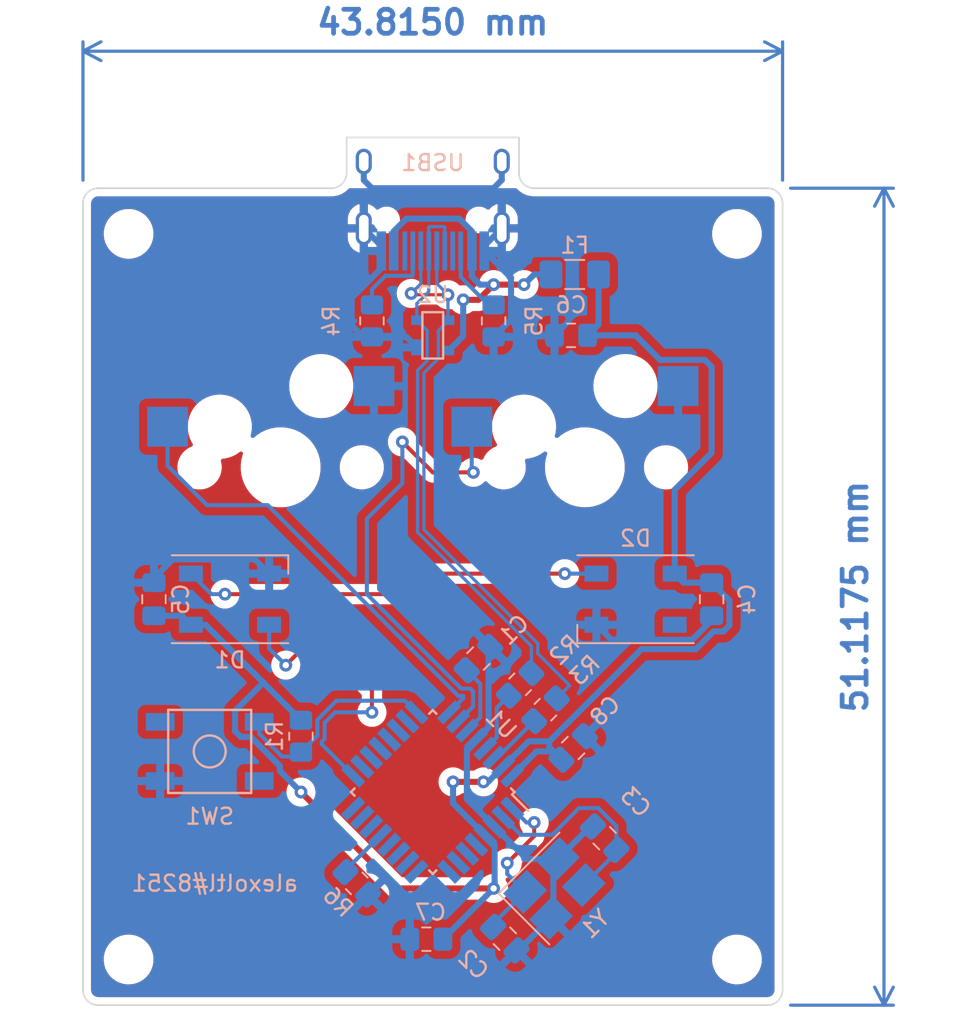
<source format=kicad_pcb>
(kicad_pcb (version 20211014) (generator pcbnew)
  (layers (0 "F.Cu" signal) (31 "B.Cu" signal) (34 "B.Paste" user) (35 "F.Paste" user) (36 "B.SilkS" user "B.Silkscreen") (37 "F.SilkS" user "F.Silkscreen") (38 "B.Mask" user) (39 "F.Mask" user) (44 "Edge.Cuts" user))
  (net 0 "")
  (net 1 "Net-(C1-Pad1)")
  (net 2 "GND")
  (net 3 "XTAL1")
  (net 4 "XTAL2")
  (net 5 "+5V")
  (net 6 "Net-(D1-Pad2)")
  (net 7 "LED")
  (net 9 "VCC")
  (net 10 "COL0")
  (net 11 "COL1")
  (net 13 "Net-(R1-Pad2)")
  (net 14 "D+")
  (net 15 "Net-(R2-Pad2)")
  (net 16 "Net-(R3-Pad1)")
  (net 17 "D-")
  (net 18 "Net-(R4-Pad2)")
  (net 19 "Net-(R5-Pad2)")
  (net 20 "Net-(R6-Pad1)")
  (footprint "MX_Only:MXOnly-1U-Hotswap" (layer "F.Cu") (at 137.16 79.375)
    (fp_text reference "MX1")
    (fp_text value "MX-NoLED")
    (pad "" np_thru_hole circle locked (at -5.08 0 48.0996) (size 1.75 1.75) (drill 1.75) (layers *.Cu *.Mask))
    (pad "" np_thru_hole circle locked (at -3.81 -2.54) (size 3 3) (drill 3) (layers *.Cu *.Mask))
    (pad "" np_thru_hole circle locked (at 5.08 0 48.0996) (size 1.75 1.75) (drill 1.75) (layers *.Cu *.Mask))
    (pad "" np_thru_hole circle locked (at 0 0) (size 3.9878 3.9878) (drill 3.9878) (layers *.Cu *.Mask))
    (pad "" np_thru_hole circle locked (at 2.54 -5.08) (size 3 3) (drill 3) (layers *.Cu *.Mask))
    (pad "1" smd rect locked (at -7.085 -2.54) (size 2.55 2.5) (layers "B.Cu" "B.Paste" "B.Mask") (net 10 "COL0"))
    (pad "2" smd rect locked (at 5.842 -5.08) (size 2.55 2.5) (layers "B.Cu" "B.Paste" "B.Mask") (net 2 "GND"))
  )
  (footprint "" (layer "F.Cu") (at 146.685 64.77)
    (fp_text reference "" (at 0 0) (layer "F.SilkS") (effects (font (size 1.27 1.27))))
    (fp_text value "" (at 0 0) (layer "F.SilkS") (effects (font (size 1.27 1.27))))
    (pad "" np_thru_hole circle (at 0 0) (size 2.1 2.1) (drill 2.1) (layers *.Cu *.Mask))
  )
  (footprint "MountingHole:MountingHole_2.1mm" (layer "F.Cu") (at 108.585 64.77)
    (fp_text reference "REF**" hide)
    (fp_text value "MountingHole_2.1mm")
    (pad "" np_thru_hole circle (at 0 0) (size 2.1 2.1) (drill 2.1) (layers *.Cu *.Mask))
  )
  (footprint "MountingHole:MountingHole_2.1mm" (layer "F.Cu") (at 146.685 64.77)
    (fp_text reference "REF**" hide)
    (fp_text value "MountingHole_2.1mm")
    (pad "" np_thru_hole circle (at 0 0) (size 2.1 2.1) (drill 2.1) (layers *.Cu *.Mask))
  )
  (footprint "MountingHole:MountingHole_2.1mm" (layer "F.Cu") (at 146.685 110.1725)
    (fp_text reference "REF**" hide)
    (fp_text value "MountingHole_2.1mm")
    (pad "" np_thru_hole circle (at 0 0) (size 2.1 2.1) (drill 2.1) (layers *.Cu *.Mask))
  )
  (footprint "MountingHole:MountingHole_2.1mm" (layer "F.Cu") (at 108.585 110.1725)
    (fp_text reference "REF**" hide)
    (fp_text value "MountingHole_2.1mm")
    (pad "" np_thru_hole circle (at 0 0) (size 2.1 2.1) (drill 2.1) (layers *.Cu *.Mask))
  )
  (footprint "MX_Only:MXOnly-1U-Hotswap" (layer "F.Cu") (at 118.11 79.375)
    (fp_text reference "MX2")
    (fp_text value "MX-NoLED")
    (pad "" np_thru_hole circle locked (at 0 0) (size 3.9878 3.9878) (drill 3.9878) (layers *.Cu *.Mask))
    (pad "" np_thru_hole circle locked (at 2.54 -5.08) (size 3 3) (drill 3) (layers *.Cu *.Mask))
    (pad "" np_thru_hole circle locked (at -5.08 0 48.0996) (size 1.75 1.75) (drill 1.75) (layers *.Cu *.Mask))
    (pad "" np_thru_hole circle locked (at -3.81 -2.54) (size 3 3) (drill 3) (layers *.Cu *.Mask))
    (pad "" np_thru_hole circle locked (at 5.08 0 48.0996) (size 1.75 1.75) (drill 1.75) (layers *.Cu *.Mask))
    (pad "1" smd rect locked (at -7.085 -2.54) (size 2.55 2.5) (layers "B.Cu" "B.Paste" "B.Mask") (net 11 "COL1"))
    (pad "2" smd rect locked (at 5.842 -5.08) (size 2.55 2.5) (layers "B.Cu" "B.Paste" "B.Mask") (net 2 "GND"))
  )
  (footprint "LED_SMD:LED_WS2812B_PLCC4_5.0x5.0mm_P3.2mm" (layer "B.Cu") (at 114.935 87.63)
    (fp_text reference "D1" (at 0 3.81) (layer "B.SilkS") (effects (justify mirror)))
    (fp_text value "WS2812B")
    (fp_line (start -3.65 2.75) (end 3.65 2.75) (layer "B.SilkS") (width 0.12))
    (fp_line (start 3.65 -2.75) (end 3.65 -1.6) (layer "B.SilkS") (width 0.12))
    (fp_line (start -3.65 -2.75) (end 3.65 -2.75) (layer "B.SilkS") (width 0.12))
    (pad "1" smd rect (at -2.45 1.6) (size 1.5 1) (layers "B.Cu" "B.Paste" "B.Mask") (net 5 "+5V"))
    (pad "2" smd rect (at -2.45 -1.6) (size 1.5 1) (layers "B.Cu" "B.Paste" "B.Mask") (net 6 "Net-(D1-Pad2)"))
    (pad "3" smd rect (at 2.45 -1.6) (size 1.5 1) (layers "B.Cu" "B.Paste" "B.Mask") (net 2 "GND"))
    (pad "4" smd rect (at 2.45 1.6) (size 1.5 1) (layers "B.Cu" "B.Paste" "B.Mask") (net 7 "LED"))
  )
  (footprint "Fuse:Fuse_1206_3216Metric_Pad1.42x1.75mm_HandSolder" (layer "B.Cu") (at 136.525 67.31 180)
    (fp_text reference "F1" (at 0 1.82) (layer "B.SilkS") (effects (justify mirror)))
    (fp_text value "Polyfuse_Small")
    (fp_line (start -0.602064 0.91) (end 0.602064 0.91) (layer "B.SilkS") (width 0.12))
    (fp_line (start -0.602064 -0.91) (end 0.602064 -0.91) (layer "B.SilkS") (width 0.12))
    (pad "1" smd roundrect (at -1.4875 0 180) (size 1.425 1.75) (layers "B.Cu" "B.Paste" "B.Mask") (roundrect_rratio 0.1754392982) (net 5 "+5V"))
    (pad "2" smd roundrect (at 1.4875 0 180) (size 1.425 1.75) (layers "B.Cu" "B.Paste" "B.Mask") (roundrect_rratio 0.1754392982) (net 9 "VCC"))
  )
  (footprint "Resistor_SMD:R_0805_2012Metric_Pad1.20x1.40mm_HandSolder" (layer "B.Cu") (at 123.825 70.215 90)
    (fp_text reference "R4" (at 0 -2.54 90) (layer "B.SilkS") (effects (justify mirror)))
    (fp_text value "5.1k")
    (fp_line (start -0.227064 0.735) (end 0.227064 0.735) (layer "B.SilkS") (width 0.12))
    (fp_line (start -0.227064 -0.735) (end 0.227064 -0.735) (layer "B.SilkS") (width 0.12))
    (pad "1" smd roundrect (at -1 0 90) (size 1.2 1.4) (layers "B.Cu" "B.Paste" "B.Mask") (roundrect_rratio 0.2083333333) (net 2 "GND"))
    (pad "2" smd roundrect (at 1 0 90) (size 1.2 1.4) (layers "B.Cu" "B.Paste" "B.Mask") (roundrect_rratio 0.2083333333) (net 18 "Net-(R4-Pad2)"))
  )
  (footprint "Resistor_SMD:R_0805_2012Metric_Pad1.20x1.40mm_HandSolder" (layer "B.Cu") (at 134.692107 94.542893 45)
    (fp_text reference "R3" (at 3.490128 0 225) (layer "B.SilkS") (effects (justify mirror)))
    (fp_text value "22")
    (fp_line (start -0.227064 0.735) (end 0.227064 0.735) (layer "B.SilkS") (width 0.12))
    (fp_line (start -0.227064 -0.735) (end 0.227064 -0.735) (layer "B.SilkS") (width 0.12))
    (pad "1" smd roundrect (at -1 0 45) (size 1.2 1.4) (layers "B.Cu" "B.Paste" "B.Mask") (roundrect_rratio 0.2083333333) (net 16 "Net-(R3-Pad1)"))
    (pad "2" smd roundrect (at 1 0 45) (size 1.2 1.4) (layers "B.Cu" "B.Paste" "B.Mask") (roundrect_rratio 0.2083333333) (net 17 "D-"))
  )
  (footprint "Resistor_SMD:R_0805_2012Metric_Pad1.20x1.40mm_HandSolder" (layer "B.Cu") (at 131.445 70.215 90)
    (fp_text reference "R5" (at 0 2.54 90) (layer "B.SilkS") (effects (justify mirror)))
    (fp_text value "5.1k")
    (fp_line (start -0.227064 -0.735) (end 0.227064 -0.735) (layer "B.SilkS") (width 0.12))
    (fp_line (start -0.227064 0.735) (end 0.227064 0.735) (layer "B.SilkS") (width 0.12))
    (pad "1" smd roundrect (at -1 0 90) (size 1.2 1.4) (layers "B.Cu" "B.Paste" "B.Mask") (roundrect_rratio 0.2083333333) (net 2 "GND"))
    (pad "2" smd roundrect (at 1 0 90) (size 1.2 1.4) (layers "B.Cu" "B.Paste" "B.Mask") (roundrect_rratio 0.2083333333) (net 19 "Net-(R5-Pad2)"))
  )
  (footprint "Resistor_SMD:R_0805_2012Metric_Pad1.20x1.40mm_HandSolder" (layer "B.Cu") (at 122.8725 105.41 -45)
    (fp_text reference "R6" (at 0 1.65 135) (layer "B.SilkS") (effects (justify mirror)))
    (fp_text value "10k")
    (fp_line (start -0.227064 -0.735) (end 0.227064 -0.735) (layer "B.SilkS") (width 0.12))
    (fp_line (start -0.227064 0.735) (end 0.227064 0.735) (layer "B.SilkS") (width 0.12))
    (pad "1" smd roundrect (at -1 0 315) (size 1.2 1.4) (layers "B.Cu" "B.Paste" "B.Mask") (roundrect_rratio 0.2083333333) (net 20 "Net-(R6-Pad1)"))
    (pad "2" smd roundrect (at 1 0 315) (size 1.2 1.4) (layers "B.Cu" "B.Paste" "B.Mask") (roundrect_rratio 0.2083333333) (net 2 "GND"))
  )
  (footprint "Capacitor_SMD:C_0805_2012Metric_Pad1.18x1.45mm_HandSolder" (layer "B.Cu") (at 145.0975 87.63 -90)
    (fp_text reference "C4" (at 0 -2.2225 -270) (layer "B.SilkS") (effects (justify mirror)))
    (fp_text value "0.1uF")
    (fp_line (start -0.261252 -0.735) (end 0.261252 -0.735) (layer "B.SilkS") (width 0.12))
    (fp_line (start -0.261252 0.735) (end 0.261252 0.735) (layer "B.SilkS") (width 0.12))
    (pad "1" smd roundrect (at -1.0375 0 270) (size 1.175 1.45) (layers "B.Cu" "B.Paste" "B.Mask") (roundrect_rratio 0.2127659574) (net 5 "+5V"))
    (pad "2" smd roundrect (at 1.0375 0 270) (size 1.175 1.45) (layers "B.Cu" "B.Paste" "B.Mask") (roundrect_rratio 0.2127659574) (net 2 "GND"))
  )
  (footprint "Capacitor_SMD:C_0805_2012Metric_Pad1.18x1.45mm_HandSolder" (layer "B.Cu") (at 138.39809 102.58441 -45)
    (fp_text reference "C3" (at -0.224506 -2.963711 135) (layer "B.SilkS") (effects (justify mirror)))
    (fp_text value "14pF")
    (fp_line (start -0.261252 -0.735) (end 0.261252 -0.735) (layer "B.SilkS") (width 0.12))
    (fp_line (start -0.261252 0.735) (end 0.261252 0.735) (layer "B.SilkS") (width 0.12))
    (pad "1" smd roundrect (at -1.0375 0 315) (size 1.175 1.45) (layers "B.Cu" "B.Paste" "B.Mask") (roundrect_rratio 0.2127659574) (net 2 "GND"))
    (pad "2" smd roundrect (at 1.0375 0 315) (size 1.175 1.45) (layers "B.Cu" "B.Paste" "B.Mask") (roundrect_rratio 0.2127659574) (net 4 "XTAL2"))
  )
  (footprint "random-keyboard-parts:SOT143B" (layer "B.Cu") (at 127.635 71.12)
    (fp_text reference "U2" (at 0 -2.54) (layer "B.SilkS") (effects (justify mirror)))
    (fp_text value "PRTR5V0U2X")
    (fp_line (start -0.65 1.45) (end -0.65 -1.45) (layer "B.SilkS") (width 0.15))
    (fp_line (start 0.65 1.45) (end 0.65 -1.45) (layer "B.SilkS") (width 0.15))
    (fp_line (start -0.65 -1.45) (end 0.65 -1.45) (layer "B.SilkS") (width 0.15))
    (fp_line (start 0.65 1.45) (end -0.65 1.45) (layer "B.SilkS") (width 0.15))
    (pad "1" smd rect locked (at -1 0.75 90) (size 1 0.7) (layers "B.Cu" "B.Paste" "B.Mask") (net 2 "GND"))
    (pad "2" smd rect locked (at -1 -0.95 90) (size 0.6 0.7) (layers "B.Cu" "B.Paste" "B.Mask") (net 14 "D+"))
    (pad "3" smd rect locked (at 1 -0.95 90) (size 0.6 0.7) (layers "B.Cu" "B.Paste" "B.Mask") (net 17 "D-"))
    (pad "4" smd rect locked (at 1 0.95 90) (size 0.6 0.7) (layers "B.Cu" "B.Paste" "B.Mask") (net 9 "VCC"))
  )
  (footprint "Capacitor_SMD:C_0805_2012Metric_Pad1.18x1.45mm_HandSolder" (layer "B.Cu") (at 136.426377 96.936123 45)
    (fp_text reference "C8" (at 3.058057 -0.224506 225) (layer "B.SilkS") (effects (justify mirror)))
    (fp_text value "0.1uF")
    (fp_line (start -0.261252 -0.735) (end 0.261252 -0.735) (layer "B.SilkS") (width 0.12))
    (fp_line (start -0.261252 0.735) (end 0.261252 0.735) (layer "B.SilkS") (width 0.12))
    (pad "1" smd roundrect (at -1.0375 0 45) (size 1.175 1.45) (layers "B.Cu" "B.Paste" "B.Mask") (roundrect_rratio 0.2127659574) (net 5 "+5V"))
    (pad "2" smd roundrect (at 1.0375 0 45) (size 1.175 1.45) (layers "B.Cu" "B.Paste" "B.Mask") (roundrect_rratio 0.2127659574) (net 2 "GND"))
  )
  (footprint "random-keyboard-parts:SKQGADE010" (layer "B.Cu") (at 113.665 97.155 180)
    (fp_text reference "SW1" (at 0 -4.064) (layer "B.SilkS") (effects (justify mirror)))
    (fp_text value "SW_Push")
    (fp_line (start 2.6 2.6) (end 2.6 -2.6) (layer "B.SilkS") (width 0.15))
    (fp_line (start -2.6 2.6) (end 2.6 2.6) (layer "B.SilkS") (width 0.15))
    (fp_line (start 2.6 -2.6) (end -2.6 -2.6) (layer "B.SilkS") (width 0.15))
    (fp_line (start -2.6 -2.6) (end -2.6 2.6) (layer "B.SilkS") (width 0.15))
    (fp_circle (center 0 0) (end 1 0) (layer "B.SilkS") (width 0.15) (fill none))
    (pad "1" smd rect locked (at 3.1 -1.85 180) (size 1.8 1.1) (layers "B.Cu" "B.Paste" "B.Mask") (net 2 "GND"))
    (pad "2" smd rect locked (at -3.1 1.85 180) (size 1.8 1.1) (layers "B.Cu" "B.Paste" "B.Mask") (net 13 "Net-(R1-Pad2)"))
    (pad "3" smd rect locked (at 3.1 1.85 180) (size 1.8 1.1) (layers "B.Cu" "B.Paste" "B.Mask"))
    (pad "4" smd rect locked (at -3.1 -1.85 180) (size 1.8 1.1) (layers "B.Cu" "B.Paste" "B.Mask"))
  )
  (footprint "Package_QFP:TQFP-32_7x7mm_P0.8mm" (layer "B.Cu") (at 127.635 99.695 135)
    (fp_text reference "U1" (at 0 6.05 135) (layer "B.SilkS") (effects (justify mirror)))
    (fp_text value "ATmega32U2-A")
    (fp_line (start -3.625 3.4) (end -5.05 3.4) (layer "B.SilkS") (width 0.15))
    (fp_line (start -3.625 -3.625) (end -3.625 -3.3) (layer "B.SilkS") (width 0.15))
    (fp_line (start -3.625 3.625) (end -3.625 3.4) (layer "B.SilkS") (width 0.15))
    (fp_line (start 3.625 3.625) (end 3.625 3.3) (layer "B.SilkS") (width 0.15))
    (fp_line (start -3.625 -3.625) (end -3.3 -3.625) (layer "B.SilkS") (width 0.15))
    (fp_line (start 3.625 -3.625) (end 3.3 -3.625) (layer "B.SilkS") (width 0.15))
    (fp_line (start 3.625 3.625) (end 3.3 3.625) (layer "B.SilkS") (width 0.15))
    (fp_line (start -3.625 3.625) (end -3.3 3.625) (layer "B.SilkS") (width 0.15))
    (fp_line (start 3.625 -3.625) (end 3.625 -3.3) (layer "B.SilkS") (width 0.15))
    (pad "1" smd rect (at -4.25 2.8 135) (size 1.6 0.55) (layers "B.Cu" "B.Paste" "B.Mask") (net 3 "XTAL1"))
    (pad "2" smd rect (at -4.25 2 135) (size 1.6 0.55) (layers "B.Cu" "B.Paste" "B.Mask") (net 4 "XTAL2"))
    (pad "3" smd rect (at -4.25 1.2 135) (size 1.6 0.55) (layers "B.Cu" "B.Paste" "B.Mask") (net 2 "GND"))
    (pad "4" smd rect (at -4.25 0.4 135) (size 1.6 0.55) (layers "B.Cu" "B.Paste" "B.Mask") (net 5 "+5V"))
    (pad "5" smd rect (at -4.25 -0.4 135) (size 1.6 0.55) (layers "B.Cu" "B.Paste" "B.Mask"))
    (pad "6" smd rect (at -4.25 -1.2 135) (size 1.6 0.55) (layers "B.Cu" "B.Paste" "B.Mask"))
    (pad "7" smd rect (at -4.25 -2 135) (size 1.6 0.55) (layers "B.Cu" "B.Paste" "B.Mask"))
    (pad "8" smd rect (at -4.25 -2.8 135) (size 1.6 0.55) (layers "B.Cu" "B.Paste" "B.Mask"))
    (pad "9" smd rect (at -2.8 -4.25 45) (size 1.6 0.55) (layers "B.Cu" "B.Paste" "B.Mask"))
    (pad "10" smd rect (at -2 -4.25 45) (size 1.6 0.55) (layers "B.Cu" "B.Paste" "B.Mask"))
    (pad "11" smd rect (at -1.2 -4.25 45) (size 1.6 0.55) (layers "B.Cu" "B.Paste" "B.Mask"))
    (pad "12" smd rect (at -0.4 -4.25 45) (size 1.6 0.55) (layers "B.Cu" "B.Paste" "B.Mask"))
    (pad "13" smd rect (at 0.4 -4.25 45) (size 1.6 0.55) (layers "B.Cu" "B.Paste" "B.Mask") (net 20 "Net-(R6-Pad1)"))
    (pad "14" smd rect (at 1.2 -4.25 45) (size 1.6 0.55) (layers "B.Cu" "B.Paste" "B.Mask"))
    (pad "15" smd rect (at 2 -4.25 45) (size 1.6 0.55) (layers "B.Cu" "B.Paste" "B.Mask"))
    (pad "16" smd rect (at 2.8 -4.25 45) (size 1.6 0.55) (layers "B.Cu" "B.Paste" "B.Mask"))
    (pad "17" smd rect (at 4.25 -2.8 135) (size 1.6 0.55) (layers "B.Cu" "B.Paste" "B.Mask") (net 7 "LED"))
    (pad "18" smd rect (at 4.25 -2 135) (size 1.6 0.55) (layers "B.Cu" "B.Paste" "B.Mask"))
    (pad "19" smd rect (at 4.25 -1.2 135) (size 1.6 0.55) (layers "B.Cu" "B.Paste" "B.Mask"))
    (pad "20" smd rect (at 4.25 -0.4 135) (size 1.6 0.55) (layers "B.Cu" "B.Paste" "B.Mask"))
    (pad "21" smd rect (at 4.25 0.4 135) (size 1.6 0.55) (layers "B.Cu" "B.Paste" "B.Mask"))
    (pad "22" smd rect (at 4.25 1.2 135) (size 1.6 0.55) (layers "B.Cu" "B.Paste" "B.Mask"))
    (pad "23" smd rect (at 4.25 2 135) (size 1.6 0.55) (layers "B.Cu" "B.Paste" "B.Mask"))
    (pad "24" smd rect (at 4.25 2.8 135) (size 1.6 0.55) (layers "B.Cu" "B.Paste" "B.Mask") (net 13 "Net-(R1-Pad2)"))
    (pad "25" smd rect (at 2.8 4.25 45) (size 1.6 0.55) (layers "B.Cu" "B.Paste" "B.Mask") (net 11 "COL1"))
    (pad "26" smd rect (at 2 4.25 45) (size 1.6 0.55) (layers "B.Cu" "B.Paste" "B.Mask") (net 10 "COL0"))
    (pad "27" smd rect (at 1.2 4.25 45) (size 1.6 0.55) (layers "B.Cu" "B.Paste" "B.Mask") (net 1 "Net-(C1-Pad1)"))
    (pad "28" smd rect (at 0.4 4.25 45) (size 1.6 0.55) (layers "B.Cu" "B.Paste" "B.Mask") (net 2 "GND"))
    (pad "29" smd rect (at -0.4 4.25 45) (size 1.6 0.55) (layers "B.Cu" "B.Paste" "B.Mask") (net 15 "Net-(R2-Pad2)"))
    (pad "30" smd rect (at -1.2 4.25 45) (size 1.6 0.55) (layers "B.Cu" "B.Paste" "B.Mask") (net 16 "Net-(R3-Pad1)"))
    (pad "31" smd rect (at -2 4.25 45) (size 1.6 0.55) (layers "B.Cu" "B.Paste" "B.Mask") (net 5 "+5V"))
    (pad "32" smd rect (at -2.8 4.25 45) (size 1.6 0.55) (layers "B.Cu" "B.Paste" "B.Mask") (net 5 "+5V"))
  )
  (footprint "Capacitor_SMD:C_0805_2012Metric_Pad1.18x1.45mm_HandSolder" (layer "B.Cu") (at 132.146522 108.87059 135)
    (fp_text reference "C2" (at 0.248981 -2.539172 135) (layer "B.SilkS") (effects (justify mirror)))
    (fp_text value "14pF")
    (fp_line (start -0.261252 0.735) (end 0.261252 0.735) (layer "B.SilkS") (width 0.12))
    (fp_line (start -0.261252 -0.735) (end 0.261252 -0.735) (layer "B.SilkS") (width 0.12))
    (pad "1" smd roundrect (at -1.0375 0 135) (size 1.175 1.45) (layers "B.Cu" "B.Paste" "B.Mask") (roundrect_rratio 0.2127659574) (net 2 "GND"))
    (pad "2" smd roundrect (at 1.0375 0 135) (size 1.175 1.45) (layers "B.Cu" "B.Paste" "B.Mask") (roundrect_rratio 0.2127659574) (net 3 "XTAL1"))
  )
  (footprint "Resistor_SMD:R_0805_2012Metric_Pad1.20x1.40mm_HandSolder" (layer "B.Cu") (at 119.38 96.2025 -90)
    (fp_text reference "R1" (at 0 1.65 90) (layer "B.SilkS") (effects (justify mirror)))
    (fp_text value "10k")
    (fp_line (start -0.227064 -0.735) (end 0.227064 -0.735) (layer "B.SilkS") (width 0.12))
    (fp_line (start -0.227064 0.735) (end 0.227064 0.735) (layer "B.SilkS") (width 0.12))
    (pad "1" smd roundrect (at -1 0 270) (size 1.2 1.4) (layers "B.Cu" "B.Paste" "B.Mask") (roundrect_rratio 0.2083333333) (net 5 "+5V"))
    (pad "2" smd roundrect (at 1 0 270) (size 1.2 1.4) (layers "B.Cu" "B.Paste" "B.Mask") (roundrect_rratio 0.2083333333) (net 13 "Net-(R1-Pad2)"))
  )
  (footprint "Capacitor_SMD:C_0805_2012Metric_Pad1.18x1.45mm_HandSolder" (layer "B.Cu") (at 130.4925 91.341377 45)
    (fp_text reference "C1" (at 2.848846 0.294243 45) (layer "B.SilkS") (effects (justify mirror)))
    (fp_text value "1uF")
    (fp_line (start -0.261252 -0.735) (end 0.261252 -0.735) (layer "B.SilkS") (width 0.12))
    (fp_line (start -0.261252 0.735) (end 0.261252 0.735) (layer "B.SilkS") (width 0.12))
    (pad "1" smd roundrect (at -1.0375 0 45) (size 1.175 1.45) (layers "B.Cu" "B.Paste" "B.Mask") (roundrect_rratio 0.2127659574) (net 1 "Net-(C1-Pad1)"))
    (pad "2" smd roundrect (at 1.0375 0 45) (size 1.175 1.45) (layers "B.Cu" "B.Paste" "B.Mask") (roundrect_rratio 0.2127659574) (net 2 "GND"))
  )
  (footprint "Crystal:Crystal_SMD_3225-4Pin_3.2x2.5mm_HandSoldering" (layer "B.Cu") (at 135.255 105.7275 45)
    (fp_text reference "Y1" (at 0.224506 3.367596 45) (layer "B.SilkS") (effects (justify mirror)))
    (fp_text value "Crystal_GND24_Small")
    (fp_line (start -2.7 2.25) (end -2.7 -2.25) (layer "B.SilkS") (width 0.12))
    (fp_line (start -2.7 -2.25) (end 2.7 -2.25) (layer "B.SilkS") (width 0.12))
    (pad "1" smd rect (at -1.45 -1.15 45) (size 2.1 1.8) (layers "B.Cu" "B.Paste" "B.Mask") (net 3 "XTAL1"))
    (pad "2" smd rect (at 1.45 -1.15 45) (size 2.1 1.8) (layers "B.Cu" "B.Paste" "B.Mask") (net 2 "GND"))
    (pad "3" smd rect (at 1.45 1.15 45) (size 2.1 1.8) (layers "B.Cu" "B.Paste" "B.Mask") (net 4 "XTAL2"))
    (pad "4" smd rect (at -1.45 1.15 45) (size 2.1 1.8) (layers "B.Cu" "B.Paste" "B.Mask") (net 2 "GND"))
  )
  (footprint "Type-C:HRO-TYPE-C-31-M-12-HandSoldering" (layer "B.Cu") (at 127.635 57.645)
    (fp_text reference "USB1" (at 0 2.68) (layer "B.SilkS") (effects (justify mirror)))
    (fp_text value "HRO-TYPE-C-31-M-12")
    (pad "" np_thru_hole circle locked (at 2.89 6.25) (size 0.65 0.65) (drill 0.65) (layers *.Cu *.Mask))
    (pad "" np_thru_hole circle locked (at -2.89 6.25) (size 0.65 0.65) (drill 0.65) (layers *.Cu *.Mask))
    (pad "1" smd rect locked (at -3.225 8.195) (size 0.6 2.45) (layers "B.Cu" "B.Paste" "B.Mask") (net 2 "GND"))
    (pad "2" smd rect locked (at -2.45 8.195) (size 0.6 2.45) (layers "B.Cu" "B.Paste" "B.Mask") (net 9 "VCC"))
    (pad "3" smd rect locked (at -1.75 8.195) (size 0.3 2.45) (layers "B.Cu" "B.Paste" "B.Mask"))
    (pad "4" smd rect locked (at -1.25 8.195) (size 0.3 2.45) (layers "B.Cu" "B.Paste" "B.Mask") (net 18 "Net-(R4-Pad2)"))
    (pad "5" smd rect locked (at -0.75 8.195) (size 0.3 2.45) (layers "B.Cu" "B.Paste" "B.Mask") (net 17 "D-"))
    (pad "6" smd rect locked (at -0.25 8.195) (size 0.3 2.45) (layers "B.Cu" "B.Paste" "B.Mask") (net 14 "D+"))
    (pad "7" smd rect locked (at 0.25 8.195) (size 0.3 2.45) (layers "B.Cu" "B.Paste" "B.Mask") (net 17 "D-"))
    (pad "8" smd rect locked (at 0.75 8.195) (size 0.3 2.45) (layers "B.Cu" "B.Paste" "B.Mask") (net 14 "D+"))
    (pad "9" smd rect locked (at 1.25 8.195) (size 0.3 2.45) (layers "B.Cu" "B.Paste" "B.Mask"))
    (pad "10" smd rect locked (at 1.75 8.195) (size 0.3 2.45) (layers "B.Cu" "B.Paste" "B.Mask") (net 19 "Net-(R5-Pad2)"))
    (pad "11" smd rect locked (at 2.45 8.195) (size 0.6 2.45) (layers "B.Cu" "B.Paste" "B.Mask") (net 9 "VCC"))
    (pad "12" smd rect locked (at 3.225 8.195) (size 0.6 2.45) (layers "B.Cu" "B.Paste" "B.Mask") (net 2 "GND"))
    (pad "13" thru_hole oval locked (at -4.32 2.6) (size 1 1.6) (drill oval 0.6 1.2) (layers *.Cu "F.Mask") (net 2 "GND"))
    (pad "13" thru_hole oval locked (at -4.32 6.78) (size 1 2.1) (drill oval 0.6 1.7) (layers *.Cu "F.Mask") (net 2 "GND"))
    (pad "13" thru_hole oval locked (at 4.32 6.78) (size 1 2.1) (drill oval 0.6 1.7) (layers *.Cu "F.Mask") (net 2 "GND"))
    (pad "13" thru_hole oval locked (at 4.32 2.6) (size 1 1.6) (drill oval 0.6 1.2) (layers *.Cu "F.Mask") (net 2 "GND"))
  )
  (footprint "Capacitor_SMD:C_0805_2012Metric_Pad1.18x1.45mm_HandSolder" (layer "B.Cu") (at 136.2925 71.12 180)
    (fp_text reference "C6" (at 0 1.905) (layer "B.SilkS") (effects (justify mirror)))
    (fp_text value "10uF")
    (fp_line (start -0.261252 -0.735) (end 0.261252 -0.735) (layer "B.SilkS") (width 0.12))
    (fp_line (start -0.261252 0.735) (end 0.261252 0.735) (layer "B.SilkS") (width 0.12))
    (pad "1" smd roundrect (at -1.0375 0 180) (size 1.175 1.45) (layers "B.Cu" "B.Paste" "B.Mask") (roundrect_rratio 0.2127659574) (net 5 "+5V"))
    (pad "2" smd roundrect (at 1.0375 0 180) (size 1.175 1.45) (layers "B.Cu" "B.Paste" "B.Mask") (roundrect_rratio 0.2127659574) (net 2 "GND"))
  )
  (footprint "Resistor_SMD:R_0805_2012Metric_Pad1.20x1.40mm_HandSolder" (layer "B.Cu") (at 133.104607 92.955393 -135)
    (fp_text reference "R2" (at -3.490128 -0.449013 -315) (layer "B.SilkS") (effects (justify mirror)))
    (fp_text value "22")
    (fp_line (start -0.227064 0.735) (end 0.227064 0.735) (layer "B.SilkS") (width 0.12))
    (fp_line (start -0.227064 -0.735) (end 0.227064 -0.735) (layer "B.SilkS") (width 0.12))
    (pad "1" smd roundrect (at -1 0 225) (size 1.2 1.4) (layers "B.Cu" "B.Paste" "B.Mask") (roundrect_rratio 0.2083333333) (net 14 "D+"))
    (pad "2" smd roundrect (at 1 0 225) (size 1.2 1.4) (layers "B.Cu" "B.Paste" "B.Mask") (roundrect_rratio 0.2083333333) (net 15 "Net-(R2-Pad2)"))
  )
  (footprint "Capacitor_SMD:C_0805_2012Metric_Pad1.18x1.45mm_HandSolder" (layer "B.Cu") (at 127.2325 108.9025 180)
    (fp_text reference "C7" (at -0.261252 1.68) (layer "B.SilkS") (effects (justify mirror)))
    (fp_text value "0.1uF")
    (fp_line (start -0.261252 -0.735) (end 0.261252 -0.735) (layer "B.SilkS") (width 0.12))
    (fp_line (start -0.261252 0.735) (end 0.261252 0.735) (layer "B.SilkS") (width 0.12))
    (pad "1" smd roundrect (at -1.0375 0 180) (size 1.175 1.45) (layers "B.Cu" "B.Paste" "B.Mask") (roundrect_rratio 0.2127659574) (net 5 "+5V"))
    (pad "2" smd roundrect (at 1.0375 0 180) (size 1.175 1.45) (layers "B.Cu" "B.Paste" "B.Mask") (roundrect_rratio 0.2127659574) (net 2 "GND"))
  )
  (footprint "Capacitor_SMD:C_0805_2012Metric_Pad1.18x1.45mm_HandSolder" (layer "B.Cu") (at 110.1725 87.63 90)
    (fp_text reference "C5" (at 0 1.68 90) (layer "B.SilkS") (effects (justify mirror)))
    (fp_text value "0.1uF")
    (fp_line (start -0.261252 -0.735) (end 0.261252 -0.735) (layer "B.SilkS") (width 0.12))
    (fp_line (start -0.261252 0.735) (end 0.261252 0.735) (layer "B.SilkS") (width 0.12))
    (pad "1" smd roundrect (at -1.0375 0 90) (size 1.175 1.45) (layers "B.Cu" "B.Paste" "B.Mask") (roundrect_rratio 0.2127659574) (net 5 "+5V"))
    (pad "2" smd roundrect (at 1.0375 0 90) (size 1.175 1.45) (layers "B.Cu" "B.Paste" "B.Mask") (roundrect_rratio 0.2127659574) (net 2 "GND"))
  )
  (footprint "LED_SMD:LED_WS2812B_PLCC4_5.0x5.0mm_P3.2mm" (layer "B.Cu") (at 140.335 87.63 180)
    (fp_text reference "D2" (at 0 3.81) (layer "B.SilkS") (effects (justify mirror)))
    (fp_text value "WS2812B")
    (fp_line (start -3.65 2.75) (end 3.65 2.75) (layer "B.SilkS") (width 0.12))
    (fp_line (start -3.65 -2.75) (end 3.65 -2.75) (layer "B.SilkS") (width 0.12))
    (fp_line (start 3.65 -2.75) (end 3.65 -1.6) (layer "B.SilkS") (width 0.12))
    (pad "1" smd rect (at -2.45 1.6 180) (size 1.5 1) (layers "B.Cu" "B.Paste" "B.Mask") (net 5 "+5V"))
    (pad "2" smd rect (at -2.45 -1.6 180) (size 1.5 1) (layers "B.Cu" "B.Paste" "B.Mask"))
    (pad "3" smd rect (at 2.45 -1.6 180) (size 1.5 1) (layers "B.Cu" "B.Paste" "B.Mask") (net 2 "GND"))
    (pad "4" smd rect (at 2.45 1.6 180) (size 1.5 1) (layers "B.Cu" "B.Paste" "B.Mask") (net 6 "Net-(D1-Pad2)"))
  )
  (gr_line (start 133.985 61.9125) (end 148.59 61.9125) (layer "Edge.Cuts") (width 0.1))
  (gr_arc (start 149.5425 112.0775) (mid 149.263519 112.751019) (end 148.59 113.03) (layer "Edge.Cuts") (width 0.1))
  (gr_line (start 122.2375 60.96) (end 122.2375 58.7375) (layer "Edge.Cuts") (width 0.1))
  (gr_arc (start 133.985 61.9125) (mid 133.311481 61.633519) (end 133.0325 60.96) (layer "Edge.Cuts") (width 0.1))
  (gr_arc (start 106.68 113.03) (mid 106.006481 112.751019) (end 105.7275 112.0775) (layer "Edge.Cuts") (width 0.1))
  (gr_line (start 122.2375 58.7375) (end 133.0325 58.7375) (layer "Edge.Cuts") (width 0.1))
  (gr_line (start 105.7275 62.865) (end 105.7275 112.0775) (layer "Edge.Cuts") (width 0.1))
  (gr_arc (start 122.2375 60.96) (mid 121.958519 61.633519) (end 121.285 61.9125) (layer "Edge.Cuts") (width 0.1))
  (gr_arc (start 105.7275 62.865) (mid 106.006481 62.191481) (end 106.68 61.9125) (layer "Edge.Cuts") (width 0.1))
  (gr_line (start 106.68 113.03) (end 148.59 113.03) (layer "Edge.Cuts") (width 0.1))
  (gr_arc (start 148.59 61.9125) (mid 149.263519 62.191481) (end 149.5425 62.865) (layer "Edge.Cuts") (width 0.1))
  (gr_line (start 149.5425 112.0775) (end 149.5425 62.865) (layer "Edge.Cuts") (width 0.1))
  (gr_line (start 121.285 61.9125) (end 106.68 61.9125) (layer "Edge.Cuts") (width 0.1))
  (gr_line (start 133.0325 58.7375) (end 133.0325 60.96) (layer "Edge.Cuts") (width 0.1))
  (gr_text "alexoltl#8251" (at 113.9825 105.41) (layer "B.SilkS") (effects (font (size 1 1)) (justify mirror)))
  (dimension (type aligned) (layer "B.Cu") (pts (xy 149.5425 113.03) (xy 149.5425 61.9125)) (height 6.35) (gr_text "51.1175 mm" (at 154.0925 87.47125 90) (layer "B.Cu") (effects (font (size 1.5 1.5) (thickness 0.3)))) (format (units 3) (units_format 1) (precision 4)) (style (thickness 0.2) (arrow_length 1.27) (text_position_mode 0) (extension_height 0.58642) (extension_offset 0.5) keep_text_aligned))
  (dimension (type aligned) (layer "B.Cu") (pts (xy 149.5425 61.9125) (xy 105.7275 61.9125)) (height 8.5725) (gr_text "43.8150 mm" (at 127.635 51.54) (layer "B.Cu") (effects (font (size 1.5 1.5) (thickness 0.3)))) (format (units 3) (units_format 1) (precision 4)) (style (thickness 0.2) (arrow_length 1.27) (text_position_mode 0) (extension_height 0.58642) (extension_offset 0.5) keep_text_aligned))
  (segment (start 130.61 95.022944) (end 130.61 92.926123) (width 0.254) (layer "B.Cu") (net 1))
  (segment (start 129.791676 95.841268) (end 130.61 95.022944) (width 0.254) (layer "B.Cu") (net 1))
  (segment (start 130.61 92.926123) (end 129.758877 92.075) (width 0.254) (layer "B.Cu") (net 1))
  (segment (start 136.1405 66.419697) (end 135.760803 66.04) (width 0.381) (layer "B.Cu") (net 2))
  (segment (start 129.772407 100.135351) (end 131.488732 101.851676) (width 0.381) (layer "B.Cu") (net 2))
  (segment (start 129.772407 96.991907) (end 129.772407 100.135351) (width 0.381) (layer "B.Cu") (net 2))
  (segment (start 135.18588 107.422966) (end 135.18588 104.170274) (width 0.381) (layer "B.Cu") (net 2))
  (segment (start 132.5355 70.1245) (end 132.5355 67.5155) (width 0.381) (layer "B.Cu") (net 2))
  (segment (start 131.955 64.425) (end 131.955 62.4225) (width 0.381) (layer "B.Cu") (net 2))
  (segment (start 111.3445 85.1395) (end 116.4945 85.1395) (width 0.381) (layer "B.Cu") (net 2))
  (segment (start 135.760803 66.04) (end 131.06 66.04) (width 0.381) (layer "B.Cu") (net 2))
  (segment (start 124.41 66.924196) (end 124.41 65.84) (width 0.381) (layer "B.Cu") (net 2))
  (segment (start 123.315 60.245) (end 123.315 61.4025) (width 0.381) (layer "B.Cu") (net 2))
  (segment (start 131.1275 90.706377) (end 131.226123 90.607754) (width 0.381) (layer "B.Cu") (net 2))
  (segment (start 131.955 62.4225) (end 131.445 61.9125) (width 0.381) (layer "B.Cu") (net 2))
  (segment (start 123.315 61.4025) (end 123.825 61.9125) (width 0.381) (layer "B.Cu") (net 2))
  (segment (start 122.555 70.485) (end 122.555 68.779196) (width 0.381) (layer "B.Cu") (net 2))
  (segment (start 123.315 64.425) (end 123.315 62.4225) (width 0.381) (layer "B.Cu") (net 2))
  (segment (start 135.18588 104.170274) (end 135.467132 103.889022) (width 0.381) (layer "B.Cu") (net 2))
  (segment (start 122.555 68.779196) (end 124.41 66.924196) (width 0.381) (layer "B.Cu") (net 2))
  (segment (start 110.1725 86.5925) (end 110.1725 86.3115) (width 0.381) (layer "B.Cu") (net 2))
  (segment (start 138.825 90.17) (end 137.885 89.23) (width 0.381) (layer "B.Cu") (net 2))
  (segment (start 143.876 90.17) (end 138.825 90.17) (width 0.381) (layer "B.Cu") (net 2))
  (segment (start 130.86 65.84) (end 130.86 65.52) (width 0.381) (layer "B.Cu") (net 2))
  (segment (start 110.1725 86.3115) (end 111.3445 85.1395) (width 0.381) (layer "B.Cu") (net 2))
  (segment (start 145.0975 88.6675) (end 145.0975 88.9485) (width 0.381) (layer "B.Cu") (net 2))
  (segment (start 131.1275 95.636814) (end 131.1275 90.706377) (width 0.381) (layer "B.Cu") (net 2))
  (segment (start 131.06 66.04) (end 130.86 65.84) (width 0.381) (layer "B.Cu") (net 2))
  (segment (start 133.004633 109.604213) (end 135.042868 107.565978) (width 0.381) (layer "B.Cu") (net 2))
  (segment (start 131.955 61.4025) (end 131.445 61.9125) (width 0.381) (layer "B.Cu") (net 2))
  (segment (start 132.5355 67.5155) (end 130.86 65.84) (width 0.381) (layer "B.Cu") (net 2))
  (segment (start 131.445 71.215) (end 132.5355 70.1245) (width 0.381) (layer "B.Cu") (net 2))
  (segment (start 125.98 71.215) (end 126.635 71.87) (width 0.381) (layer "B.Cu") (net 2))
  (segment (start 135.042868 107.565978) (end 135.18588 107.422966) (width 0.381) (layer "B.Cu") (net 2))
  (segment (start 137.664467 101.850787) (end 137.505367 101.850787) (width 0.381) (layer "B.Cu") (net 2))
  (segment (start 123.825 61.9125) (end 131.445 61.9125) (width 0.381) (layer "B.Cu") (net 2))
  (segment (start 130.357361 96.406953) (end 131.1275 95.636814) (width 0.381) (layer "B.Cu") (net 2))
  (segment (start 133.526078 103.889022) (end 131.488732 101.851676) (width 0.381) (layer "B.Cu") (net 2))
  (segment (start 123.285 71.215) (end 122.555 70.485) (width 0.381) (layer "B.Cu") (net 2))
  (segment (start 124.41 65.52) (end 123.315 64.425) (width 0.381) (layer "B.Cu") (net 2))
  (segment (start 131.955 60.245) (end 131.955 61.4025) (width 0.381) (layer "B.Cu") (net 2))
  (segment (start 132.880145 109.604213) (end 133.004633 109.604213) (width 0.381) (layer "B.Cu") (net 2))
  (segment (start 130.86 65.52) (end 131.955 64.425) (width 0.381) (layer "B.Cu") (net 2))
  (segment (start 135.255 71.12) (end 136.1405 70.2345) (width 0.381) (layer "B.Cu") (net 2))
  (segment (start 145.0975 88.9485) (end 143.876 90.17) (width 0.381) (layer "B.Cu") (net 2))
  (segment (start 136.1405 70.2345) (end 136.1405 66.419697) (width 0.381) (layer "B.Cu") (net 2))
  (segment (start 123.315 62.4225) (end 123.825 61.9125) (width 0.381) (layer "B.Cu") (net 2))
  (segment (start 123.825 71.215) (end 125.98 71.215) (width 0.381) (layer "B.Cu") (net 2))
  (segment (start 116.4945 85.1395) (end 117.385 86.03) (width 0.381) (layer "B.Cu") (net 2))
  (segment (start 135.467132 103.889022) (end 133.526078 103.889022) (width 0.381) (layer "B.Cu") (net 2))
  (segment (start 123.825 71.215) (end 123.285 71.215) (width 0.381) (layer "B.Cu") (net 2))
  (segment (start 124.41 65.84) (end 124.41 65.52) (width 0.381) (layer "B.Cu") (net 2))
  (segment (start 130.357361 96.406953) (end 129.772407 96.991907) (width 0.381) (layer "B.Cu") (net 2))
  (segment (start 137.505367 101.850787) (end 135.467132 103.889022) (width 0.381) (layer "B.Cu") (net 2))
  (segment (start 132.298001 104.14) (end 133.985 102.453001) (width 0.254) (layer "F.Cu") (net 3))
  (segment (start 133.985 102.453001) (end 133.985 101.6) (width 0.254) (layer "F.Cu") (net 3))
  (via (at 132.298001 104.14) (size 0.8) (drill 0.4) (layers "F.Cu" "B.Cu") (net 3))
  (via (at 133.985 101.6) (size 0.8) (drill 0.4) (layers "F.Cu" "B.Cu") (net 3))
  (segment (start 132.620103 100.720305) (end 132.620103 100.870103) (width 0.254) (layer "B.Cu") (net 3))
  (segment (start 133.985 101.6) (end 133.499798 101.6) (width 0.254) (layer "B.Cu") (net 3))
  (segment (start 131.412899 107.943255) (end 133.416522 105.939632) (width 0.254) (layer "B.Cu") (net 3))
  (segment (start 133.499798 101.6) (end 132.620103 100.720305) (width 0.254) (layer "B.Cu") (net 3))
  (segment (start 132.298001 104.821111) (end 133.416522 105.939632) (width 0.254) (layer "B.Cu") (net 3))
  (segment (start 132.298001 104.14) (end 132.298001 104.821111) (width 0.254) (layer "B.Cu") (net 3))
  (segment (start 131.412899 108.136967) (end 131.412899 107.943255) (width 0.254) (layer "B.Cu") (net 3))
  (segment (start 139.131713 103.477133) (end 139.131713 103.318033) (width 0.254) (layer "B.Cu") (net 4))
  (segment (start 139.131713 103.318033) (end 139.131713 101.83028) (width 0.254) (layer "B.Cu") (net 4))
  (segment (start 133.139927 102.3715) (end 132.054417 101.28599) (width 0.254) (layer "B.Cu") (net 4))
  (segment (start 136.790737 100.699263) (end 135.118501 102.3715) (width 0.254) (layer "B.Cu") (net 4))
  (segment (start 138.000696 100.699263) (end 136.790737 100.699263) (width 0.254) (layer "B.Cu") (net 4))
  (segment (start 135.118501 102.3715) (end 133.139927 102.3715) (width 0.254) (layer "B.Cu") (net 4))
  (segment (start 139.131713 101.83028) (end 138.000696 100.699263) (width 0.254) (layer "B.Cu") (net 4))
  (segment (start 137.093478 105.515368) (end 139.131713 103.477133) (width 0.254) (layer "B.Cu") (net 4))
  (segment (start 125.4125 105.7275) (end 119.38 99.695) (width 0.381) (layer "F.Cu") (net 5))
  (segment (start 131.445 105.7275) (end 125.4125 105.7275) (width 0.381) (layer "F.Cu") (net 5))
  (segment (start 130.81 99.06) (end 128.905 99.06) (width 0.381) (layer "F.Cu") (net 5))
  (via (at 128.905 99.06) (size 0.8) (drill 0.4) (layers "F.Cu" "B.Cu") (net 5))
  (via (at 130.81 99.06) (size 0.8) (drill 0.4) (layers "F.Cu" "B.Cu") (net 5))
  (via (at 119.38 99.695) (size 0.8) (drill 0.4) (layers "F.Cu" "B.Cu") (net 5))
  (via (at 131.445 105.7275) (size 0.8) (drill 0.4) (layers "F.Cu" "B.Cu") (net 5))
  (segment (start 144.6675 72.6545) (end 141.8695 72.6545) (width 0.381) (layer "B.Cu") (net 5))
  (segment (start 130.923047 102.417361) (end 128.905 100.399314) (width 0.381) (layer "B.Cu") (net 5))
  (segment (start 115.2525 95.885) (end 115.2525 94.615) (width 0.381) (layer "B.Cu") (net 5))
  (segment (start 134.9375 97.155) (end 134.134798 97.155) (width 0.381) (layer "B.Cu") (net 5))
  (segment (start 142.785 86.03) (end 142.785 80.780501) (width 0.381) (layer "B.Cu") (net 5))
  (segment (start 119.38 99.695) (end 118.0555 98.3705) (width 0.381) (layer "B.Cu") (net 5))
  (segment (start 135.057754 97.034746) (end 134.9375 97.155) (width 0.381) (layer "B.Cu") (net 5))
  (segment (start 113.4075 89.23) (end 117.0225 92.845) (width 0.381) (layer "B.Cu") (net 5))
  (segment (start 140.7065 90.751) (end 144.116658 90.751) (width 0.381) (layer "B.Cu") (net 5))
  (segment (start 145.0975 78.468001) (end 145.0975 73.0845) (width 0.381) (layer "B.Cu") (net 5))
  (segment (start 115.2525 94.615) (end 117.0225 92.845) (width 0.381) (layer "B.Cu") (net 5))
  (segment (start 142.785 80.780501) (end 145.0975 78.468001) (width 0.381) (layer "B.Cu") (net 5))
  (segment (start 130.923047 102.417361) (end 131.508001 103.002315) (width 0.381) (layer "B.Cu") (net 5))
  (segment (start 134.9375 96.52) (end 134.9375 96.914492) (width 0.381) (layer "B.Cu") (net 5))
  (segment (start 131.098427 99.06) (end 130.81 99.06) (width 0.381) (layer "B.Cu") (net 5))
  (segment (start 110.1725 88.6675) (end 111.9225 88.6675) (width 0.381) (layer "B.Cu") (net 5))
  (segment (start 134.9375 96.52) (end 140.7065 90.751) (width 0.381) (layer "B.Cu") (net 5))
  (segment (start 118.0555 98.0645) (end 116.2365 96.2455) (width 0.381) (layer "B.Cu") (net 5))
  (segment (start 133.638427 96.52) (end 132.054417 98.10401) (width 0.381) (layer "B.Cu") (net 5))
  (segment (start 146.213 87.708) (end 145.0975 86.5925) (width 0.381) (layer "B.Cu") (net 5))
  (segment (start 118.0555 98.3705) (end 118.0555 98.0645) (width 0.381) (layer "B.Cu") (net 5))
  (segment (start 145.222158 89.6455) (end 145.837804 89.6455) (width 0.381) (layer "B.Cu") (net 5))
  (segment (start 112.485 89.23) (end 113.4075 89.23) (width 0.381) (layer "B.Cu") (net 5))
  (segment (start 131.445 105.7275) (end 128.27 108.9025) (width 0.381) (layer "B.Cu") (net 5))
  (segment (start 145.837804 89.6455) (end 146.213 89.270304) (width 0.381) (layer "B.Cu") (net 5))
  (segment (start 135.057754 97.034746) (end 135.692754 97.669746) (width 0.381) (layer "B.Cu") (net 5))
  (segment (start 134.9375 96.52) (end 133.638427 96.52) (width 0.381) (layer "B.Cu") (net 5))
  (segment (start 116.2365 96.2455) (end 115.613 96.2455) (width 0.381) (layer "B.Cu") (net 5))
  (segment (start 131.508001 103.002315) (end 131.508001 105.664499) (width 0.381) (layer "B.Cu") (net 5))
  (segment (start 117.0225 92.845) (end 119.38 95.2025) (width 0.381) (layer "B.Cu") (net 5))
  (segment (start 141.8695 72.6545) (end 140.335 71.12) (width 0.381) (layer "B.Cu") (net 5))
  (segment (start 146.213 89.270304) (end 146.213 87.708) (width 0.381) (layer "B.Cu") (net 5))
  (segment (start 145.0975 73.0845) (end 144.6675 72.6545) (width 0.381) (layer "B.Cu") (net 5))
  (segment (start 143.3475 86.5925) (end 142.785 86.03) (width 0.381) (layer "B.Cu") (net 5))
  (segment (start 132.054417 98.10401) (end 131.098427 99.06) (width 0.381) (layer "B.Cu") (net 5))
  (segment (start 134.134798 97.155) (end 132.620103 98.669695) (width 0.381) (layer "B.Cu") (net 5))
  (segment (start 111.9225 88.6675) (end 112.485 89.23) (width 0.381) (layer "B.Cu") (net 5))
  (segment (start 138.0125 70.4375) (end 137.33 71.12) (width 0.381) (layer "B.Cu") (net 5))
  (segment (start 128.905 100.399314) (end 128.905 99.06) (width 0.381) (layer "B.Cu") (net 5))
  (segment (start 134.9375 96.914492) (end 135.057754 97.034746) (width 0.381) (layer "B.Cu") (net 5))
  (segment (start 115.613 96.2455) (end 115.2525 95.885) (width 0.381) (layer "B.Cu") (net 5))
  (segment (start 140.335 71.12) (end 137.33 71.12) (width 0.381) (layer "B.Cu") (net 5))
  (segment (start 144.116658 90.751) (end 145.222158 89.6455) (width 0.381) (layer "B.Cu") (net 5))
  (segment (start 145.0975 86.5925) (end 143.3475 86.5925) (width 0.381) (layer "B.Cu") (net 5))
  (segment (start 138.0125 67.31) (end 138.0125 70.4375) (width 0.381) (layer "B.Cu") (net 5))
  (segment (start 131.508001 105.664499) (end 131.445 105.7275) (width 0.381) (layer "B.Cu") (net 5))
  (segment (start 126.0475 87.3125) (end 127.33 86.03) (width 0.254) (layer "F.Cu") (net 6))
  (segment (start 114.6175 87.3125) (end 126.0475 87.3125) (width 0.254) (layer "F.Cu") (net 6))
  (segment (start 127.33 86.03) (end 135.9025 86.03) (width 0.254) (layer "F.Cu") (net 6))
  (via (at 114.6175 87.3125) (size 0.8) (drill 0.4) (layers "F.Cu" "B.Cu") (net 6))
  (via (at 135.9025 86.03) (size 0.8) (drill 0.4) (layers "F.Cu" "B.Cu") (net 6))
  (segment (start 137.885 86.03) (end 135.9025 86.03) (width 0.254) (layer "B.Cu") (net 6))
  (segment (start 112.485 86.03) (end 113.7675 87.3125) (width 0.254) (layer "B.Cu") (net 6))
  (segment (start 113.7675 87.3125) (end 114.6175 87.3125) (width 0.254) (layer "B.Cu") (net 6))
  (segment (start 121.285 90.805) (end 119.38 90.805) (width 0.254) (layer "F.Cu") (net 7))
  (segment (start 123.825 94.7065) (end 123.825 93.345) (width 0.254) (layer "F.Cu") (net 7))
  (segment (start 119.38 90.805) (end 118.4275 91.7575) (width 0.254) (layer "F.Cu") (net 7))
  (segment (start 123.825 93.345) (end 121.285 90.805) (width 0.254) (layer "F.Cu") (net 7))
  (via (at 123.825 94.7065) (size 0.8) (drill 0.4) (layers "F.Cu" "B.Cu") (net 7))
  (via (at 118.4275 91.7575) (size 0.8) (drill 0.4) (layers "F.Cu" "B.Cu") (net 7))
  (segment (start 120.677276 96.547276) (end 120.677276 96.697074) (width 0.254) (layer "B.Cu") (net 7))
  (segment (start 120.861 95.363552) (end 120.861 96.363552) (width 0.254) (layer "B.Cu") (net 7))
  (segment (start 120.677276 96.697074) (end 122.649897 98.669695) (width 0.254) (layer "B.Cu") (net 7))
  (segment (start 117.385 90.715) (end 118.4275 91.7575) (width 0.254) (layer "B.Cu") (net 7))
  (segment (start 123.825 94.7065) (end 121.518052 94.7065) (width 0.254) (layer "B.Cu") (net 7))
  (segment (start 120.861 96.363552) (end 120.677276 96.547276) (width 0.254) (layer "B.Cu") (net 7))
  (segment (start 117.385 89.23) (end 117.385 90.715) (width 0.254) (layer "B.Cu") (net 7))
  (segment (start 121.518052 94.7065) (end 120.861 95.363552) (width 0.254) (layer "B.Cu") (net 7))
  (segment (start 130.4925 68.8975) (end 131.445 67.945) (width 0.381) (layer "F.Cu") (net 9))
  (segment (start 131.445 67.945) (end 133.35 67.945) (width 0.381) (layer "F.Cu") (net 9))
  (segment (start 129.54 68.8975) (end 130.4925 68.8975) (width 0.381) (layer "F.Cu") (net 9))
  (via (at 129.54 68.8975) (size 0.8) (drill 0.4) (layers "F.Cu" "B.Cu") (net 9))
  (via (at 131.445 67.945) (size 0.8) (drill 0.4) (layers "F.Cu" "B.Cu") (net 9))
  (via (at 133.35 67.945) (size 0.8) (drill 0.4) (layers "F.Cu" "B.Cu") (net 9))
  (segment (start 130.085 65.84) (end 130.085 64.612) (width 0.381) (layer "B.Cu") (net 9))
  (segment (start 133.985 67.31) (end 133.35 67.945) (width 0.381) (layer "B.Cu") (net 9))
  (segment (start 130.085 64.612) (end 129.2905 63.8175) (width 0.381) (layer "B.Cu") (net 9))
  (segment (start 130.085 65.84) (end 130.085 67.440644) (width 0.381) (layer "B.Cu") (net 9))
  (segment (start 125.185 64.612) (end 125.185 65.84) (width 0.381) (layer "B.Cu") (net 9))
  (segment (start 128.635 72.07) (end 129.54 71.165) (width 0.381) (layer "B.Cu") (net 9))
  (segment (start 125.9795 63.8175) (end 125.185 64.612) (width 0.381) (layer "B.Cu") (net 9))
  (segment (start 129.54 71.165) (end 129.54 68.8975) (width 0.381) (layer "B.Cu") (net 9))
  (segment (start 130.085 67.440644) (end 130.589356 67.945) (width 0.381) (layer "B.Cu") (net 9))
  (segment (start 135.0375 67.31) (end 133.985 67.31) (width 0.381) (layer "B.Cu") (net 9))
  (segment (start 129.2905 63.8175) (end 125.9795 63.8175) (width 0.381) (layer "B.Cu") (net 9))
  (segment (start 130.589356 67.945) (end 131.445 67.945) (width 0.381) (layer "B.Cu") (net 9))
  (segment (start 125.73 77.7875) (end 127.635 79.6925) (width 0.254) (layer "F.Cu") (net 10))
  (segment (start 127.635 79.6925) (end 130.175 79.6925) (width 0.254) (layer "F.Cu") (net 10))
  (via (at 125.73 77.7875) (size 0.8) (drill 0.4) (layers "F.Cu" "B.Cu") (net 10))
  (via (at 130.175 79.6925) (size 0.8) (drill 0.4) (layers "F.Cu" "B.Cu") (net 10))
  (segment (start 130.175 79.6925) (end 130.075 79.5925) (width 0.254) (layer "B.Cu") (net 10))
  (segment (start 130.156 93.406548) (end 129.975976 93.226524) (width 0.254) (layer "B.Cu") (net 10))
  (segment (start 125.73 80.376193) (end 125.73 77.7875) (width 0.254) (layer "B.Cu") (net 10))
  (segment (start 129.421524 93.226524) (end 123.5075 87.3125) (width 0.254) (layer "B.Cu") (net 10))
  (segment (start 129.975976 93.226524) (end 129.421524 93.226524) (width 0.254) (layer "B.Cu") (net 10))
  (segment (start 130.156 94.345573) (end 130.156 93.406548) (width 0.254) (layer "B.Cu") (net 10))
  (segment (start 123.5075 82.598693) (end 125.73 80.376193) (width 0.254) (layer "B.Cu") (net 10))
  (segment (start 130.075 79.5925) (end 130.075 76.835) (width 0.254) (layer "B.Cu") (net 10))
  (segment (start 129.22599 95.275583) (end 130.156 94.345573) (width 0.254) (layer "B.Cu") (net 10))
  (segment (start 123.5075 87.3125) (end 123.5075 82.598693) (width 0.254) (layer "B.Cu") (net 10))
  (segment (start 129.54 93.830202) (end 129.54 93.680524) (width 0.254) (layer "B.Cu") (net 11))
  (segment (start 129.54 93.680524) (end 129.233472 93.680524) (width 0.254) (layer "B.Cu") (net 11))
  (segment (start 113.495901 81.745901) (end 111.025 79.275) (width 0.254) (layer "B.Cu") (net 11))
  (segment (start 111.025 79.275) (end 111.025 76.835) (width 0.254) (layer "B.Cu") (net 11))
  (segment (start 129.233472 93.680524) (end 117.298849 81.745901) (width 0.254) (layer "B.Cu") (net 11))
  (segment (start 117.298849 81.745901) (end 113.495901 81.745901) (width 0.254) (layer "B.Cu") (net 11))
  (segment (start 128.660305 94.709897) (end 129.54 93.830202) (width 0.254) (layer "B.Cu") (net 11))
  (segment (start 119.38 97.2025) (end 120.407 96.1755) (width 0.254) (layer "B.Cu") (net 13))
  (segment (start 119.11 97.4725) (end 119.38 97.2025) (width 0.254) (layer "B.Cu") (net 13))
  (segment (start 116.765 96.042144) (end 118.195356 97.4725) (width 0.254) (layer "B.Cu") (net 13))
  (segment (start 125.879798 93.98) (end 126.609695 94.709897) (width 0.254) (layer "B.Cu") (net 13))
  (segment (start 120.407 95.1755) (end 121.6025 93.98) (width 0.254) (layer "B.Cu") (net 13))
  (segment (start 120.407 96.1755) (end 120.407 95.1755) (width 0.254) (layer "B.Cu") (net 13))
  (segment (start 116.765 95.305) (end 116.765 96.042144) (width 0.254) (layer "B.Cu") (net 13))
  (segment (start 121.6025 93.98) (end 125.879798 93.98) (width 0.254) (layer "B.Cu") (net 13))
  (segment (start 118.195356 97.4725) (end 119.11 97.4725) (width 0.254) (layer "B.Cu") (net 13))
  (segment (start 127.385 64.365) (end 127.435 64.315) (width 0.2) (layer "B.Cu") (net 14))
  (segment (start 128.385 64.365) (end 128.385 65.84) (width 0.2) (layer "B.Cu") (net 14))
  (segment (start 133.811714 90.5624) (end 126.6825 83.433186) (width 0.2) (layer "B.Cu") (net 14))
  (segment (start 127.385 65.84) (end 127.385 68.386378) (width 0.2) (layer "B.Cu") (net 14))
  (segment (start 127.435 64.315) (end 128.335 64.315) (width 0.2) (layer "B.Cu") (net 14))
  (segment (start 133.811714 92.248286) (end 133.811714 90.5624) (width 0.2) (layer "B.Cu") (net 14))
  (segment (start 127.285 70.82) (end 126.635 70.17) (width 0.2) (layer "B.Cu") (net 14))
  (segment (start 128.335 64.315) (end 128.385 64.365) (width 0.2) (layer "B.Cu") (net 14))
  (segment (start 127.385 68.386378) (end 126.635 69.136378) (width 0.2) (layer "B.Cu") (net 14))
  (segment (start 127.285 72.7075) (end 127.285 70.82) (width 0.2) (layer "B.Cu") (net 14))
  (segment (start 126.6825 73.31) (end 127.285 72.7075) (width 0.2) (layer "B.Cu") (net 14))
  (segment (start 127.385 65.84) (end 127.385 64.365) (width 0.2) (layer "B.Cu") (net 14))
  (segment (start 126.6825 83.433186) (end 126.6825 73.31) (width 0.2) (layer "B.Cu") (net 14))
  (segment (start 126.635 69.136378) (end 126.635 70.17) (width 0.2) (layer "B.Cu") (net 14))
  (segment (start 131.645 96.250686) (end 130.923047 96.972639) (width 0.254) (layer "B.Cu") (net 15))
  (segment (start 132.3975 93.6625) (end 131.645 94.415) (width 0.254) (layer "B.Cu") (net 15))
  (segment (start 131.645 94.415) (end 131.645 96.250686) (width 0.254) (layer "B.Cu") (net 15))
  (segment (start 131.696676 97.538324) (end 133.985 95.25) (width 0.254) (layer "B.Cu") (net 16))
  (segment (start 131.488732 97.538324) (end 131.696676 97.538324) (width 0.254) (layer "B.Cu") (net 16))
  (segment (start 128.5875 68.58) (end 126.365 68.58) (width 0.2) (layer "F.Cu") (net 17))
  (segment (start 126.365 68.58) (end 126.283214 68.498214) (width 0.2) (layer "F.Cu") (net 17))
  (via (at 126.283214 68.498214) (size 0.8) (drill 0.4) (layers "F.Cu" "B.Cu") (net 17))
  (via (at 128.5875 68.58) (size 0.8) (drill 0.4) (layers "F.Cu" "B.Cu") (net 17))
  (segment (start 128.5875 68.58) (end 128.5875 70.1225) (width 0.2) (layer "B.Cu") (net 17))
  (segment (start 134.211714 91.031714) (end 134.211714 90.396714) (width 0.2) (layer "B.Cu") (net 17))
  (segment (start 127.0825 83.2675) (end 127.0825 73.475686) (width 0.2) (layer "B.Cu") (net 17))
  (segment (start 128.5875 68.58) (end 127.885 67.8775) (width 0.2) (layer "B.Cu") (net 17))
  (segment (start 127.985 72.573186) (end 127.985 70.82) (width 0.2) (layer "B.Cu") (net 17))
  (segment (start 134.211714 90.396714) (end 127.0825 83.2675) (width 0.2) (layer "B.Cu") (net 17))
  (segment (start 126.283214 68.498214) (end 126.885 67.896428) (width 0.2) (layer "B.Cu") (net 17))
  (segment (start 136.2075 93.0275) (end 134.211714 91.031714) (width 0.2) (layer "B.Cu") (net 17))
  (segment (start 127.985 70.82) (end 128.635 70.17) (width 0.2) (layer "B.Cu") (net 17))
  (segment (start 135.399214 93.835786) (end 136.2075 93.0275) (width 0.2) (layer "B.Cu") (net 17))
  (segment (start 127.0825 73.475686) (end 127.985 72.573186) (width 0.2) (layer "B.Cu") (net 17))
  (segment (start 127.885 67.8775) (end 127.885 65.84) (width 0.2) (layer "B.Cu") (net 17))
  (segment (start 126.885 67.896428) (end 126.885 65.84) (width 0.2) (layer "B.Cu") (net 17))
  (segment (start 128.5875 70.1225) (end 128.635 70.17) (width 0.2) (layer "B.Cu") (net 17))
  (segment (start 126.362 67.392) (end 124.674052 67.392) (width 0.254) (layer "B.Cu") (net 18))
  (segment (start 126.385 67.369) (end 126.362 67.392) (width 0.254) (layer "B.Cu") (net 18))
  (segment (start 124.674052 67.392) (end 123.825 68.241052) (width 0.254) (layer "B.Cu") (net 18))
  (segment (start 126.385 65.84) (end 126.385 67.369) (width 0.254) (layer "B.Cu") (net 18))
  (segment (start 123.825 68.241052) (end 123.825 69.215) (width 0.254) (layer "B.Cu") (net 18))
  (segment (start 131.1275 69.215) (end 129.385 67.4725) (width 0.254) (layer "B.Cu") (net 19))
  (segment (start 129.385 67.4725) (end 129.385 65.84) (width 0.254) (layer "B.Cu") (net 19))
  (segment (start 131.445 69.215) (end 131.1275 69.215) (width 0.254) (layer "B.Cu") (net 19))
  (segment (start 122.165393 104.598921) (end 124.346953 102.417361) (width 0.254) (layer "B.Cu") (net 20))
  (zone (net 2) (net_name "GND") (layer "F.Cu") (connect_pads (clearance 0.508)) (min_thickness 0.254) (fill yes (thermal_gap 0.508) (thermal_bridge_width 0.508))
    (polygon (pts (xy 149.5425 113.03) (xy 105.7275 113.03) (xy 105.7275 61.9125) (xy 149.5425 61.9125)))
  )
  (zone (net 2) (net_name "GND") (layer "B.Cu") (connect_pads (clearance 0.508)) (min_thickness 0.254) (fill yes (thermal_gap 0.508) (thermal_bridge_width 0.508))
    (polygon (pts (xy 149.5425 113.03) (xy 105.7275 113.03) (xy 105.7275 61.9125) (xy 149.5425 61.9125)))
  )
)
</source>
